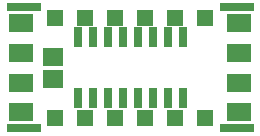
<source format=gbs>
G75*
%MOIN*%
%OFA0B0*%
%FSLAX25Y25*%
%IPPOS*%
%LPD*%
%AMOC8*
5,1,8,0,0,1.08239X$1,22.5*
%
%ADD10R,0.07874X0.05906*%
%ADD11R,0.11811X0.02953*%
%ADD12R,0.05300X0.05300*%
%ADD13R,0.03162X0.06706*%
%ADD14C,0.04800*%
%ADD15R,0.06706X0.05918*%
D10*
X0009921Y0011890D03*
X0009921Y0021732D03*
X0009921Y0031575D03*
X0009921Y0041417D03*
X0082756Y0041417D03*
X0082756Y0031575D03*
X0082756Y0021732D03*
X0082756Y0011890D03*
D11*
X0010906Y0006476D03*
X0081772Y0006476D03*
X0081772Y0046831D03*
X0010906Y0046831D03*
D12*
X0021250Y0043297D03*
X0031250Y0043297D03*
X0041250Y0043297D03*
X0051250Y0043297D03*
X0061250Y0043297D03*
X0071250Y0043297D03*
X0071250Y0009833D03*
X0061250Y0009833D03*
X0051250Y0009833D03*
X0041250Y0009833D03*
X0031250Y0009833D03*
X0021250Y0009833D03*
D13*
X0028839Y0016522D03*
X0033839Y0016522D03*
X0038839Y0016522D03*
X0043839Y0016522D03*
X0048839Y0016522D03*
X0053839Y0016522D03*
X0058839Y0016522D03*
X0063839Y0016522D03*
X0063839Y0036785D03*
X0058839Y0036785D03*
X0053839Y0036785D03*
X0048839Y0036785D03*
X0043839Y0036785D03*
X0038839Y0036785D03*
X0033839Y0036785D03*
X0028839Y0036785D03*
D14*
X0009921Y0041417D03*
X0009921Y0031575D03*
X0009921Y0021732D03*
X0009921Y0011890D03*
X0082756Y0011890D03*
X0082756Y0021732D03*
X0082756Y0031575D03*
X0082756Y0041417D03*
D15*
X0020748Y0030394D03*
X0020748Y0022913D03*
M02*

</source>
